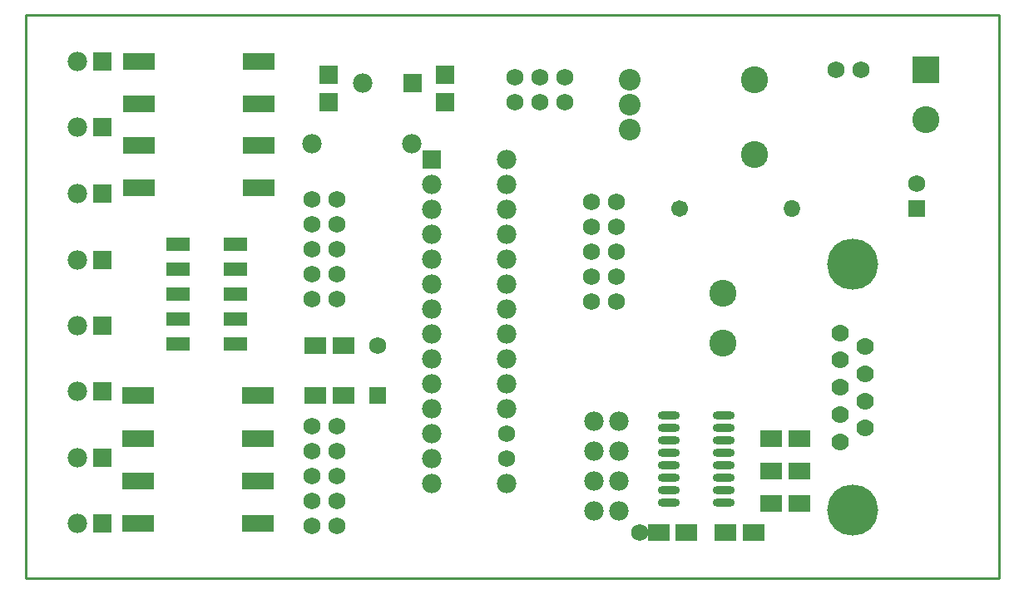
<source format=gts>
%FSLAX23Y23*%
%MOIN*%
G70*
G01*
G75*
%ADD10C,0.015*%
%ADD11O,0.080X0.024*%
%ADD12R,0.120X0.060*%
%ADD13R,0.070X0.070*%
%ADD14R,0.087X0.050*%
%ADD15R,0.083X0.060*%
%ADD16C,0.020*%
%ADD17C,0.016*%
%ADD18C,0.070*%
%ADD19C,0.030*%
%ADD20C,0.040*%
%ADD21C,0.018*%
%ADD22C,0.050*%
%ADD23C,0.080*%
%ADD24C,0.010*%
%ADD25C,0.060*%
%ADD26R,0.060X0.060*%
%ADD27C,0.079*%
%ADD28C,0.079*%
%ADD29C,0.070*%
%ADD30C,0.059*%
%ADD31O,0.060X0.059*%
%ADD32C,0.100*%
%ADD33R,0.100X0.100*%
%ADD34C,0.062*%
%ADD35C,0.197*%
%ADD36R,0.060X0.083*%
%ADD37C,0.012*%
%ADD38C,0.025*%
%ADD39C,0.011*%
%ADD40O,0.088X0.032*%
%ADD41R,0.128X0.068*%
%ADD42R,0.078X0.078*%
%ADD43R,0.095X0.058*%
%ADD44R,0.090X0.068*%
%ADD45C,0.068*%
%ADD46R,0.068X0.068*%
%ADD47C,0.087*%
%ADD48C,0.087*%
%ADD49C,0.078*%
%ADD50C,0.067*%
%ADD51O,0.068X0.067*%
%ADD52C,0.108*%
%ADD53R,0.108X0.108*%
%ADD54C,0.205*%
D24*
X8531Y6796D02*
Y9056D01*
Y6796D02*
X12371D01*
X8531Y9056D02*
X12371D01*
X8531D02*
X12431D01*
X8531D02*
X12371D01*
X8531Y6796D02*
X12431D01*
X8531D02*
Y9056D01*
X12431Y6796D02*
Y9056D01*
D29*
X11795Y7455D02*
D03*
Y7564D02*
D03*
X11895Y7400D02*
D03*
Y7509D02*
D03*
Y7618D02*
D03*
Y7727D02*
D03*
X11795Y7345D02*
D03*
Y7673D02*
D03*
Y7782D02*
D03*
D40*
X11327Y7101D02*
D03*
Y7151D02*
D03*
Y7201D02*
D03*
Y7251D02*
D03*
Y7301D02*
D03*
Y7351D02*
D03*
Y7401D02*
D03*
Y7451D02*
D03*
X11107D02*
D03*
Y7401D02*
D03*
Y7351D02*
D03*
Y7301D02*
D03*
Y7251D02*
D03*
Y7201D02*
D03*
Y7151D02*
D03*
Y7101D02*
D03*
D41*
X8982Y7018D02*
D03*
X9462D02*
D03*
X9464Y8364D02*
D03*
X8984D02*
D03*
X8982Y7189D02*
D03*
X9462D02*
D03*
X9464Y8533D02*
D03*
X8984D02*
D03*
X8982Y7359D02*
D03*
X9462D02*
D03*
X9464Y8701D02*
D03*
X8984D02*
D03*
X8982Y7530D02*
D03*
X9462D02*
D03*
X9464Y8870D02*
D03*
X8984D02*
D03*
D42*
X10211Y8706D02*
D03*
Y8819D02*
D03*
X9746D02*
D03*
Y8706D02*
D03*
X10158Y8476D02*
D03*
X10081Y8784D02*
D03*
X8837Y7016D02*
D03*
Y8075D02*
D03*
Y7281D02*
D03*
Y8341D02*
D03*
Y7546D02*
D03*
Y8606D02*
D03*
Y7811D02*
D03*
Y8871D02*
D03*
D43*
X9370Y7736D02*
D03*
Y7836D02*
D03*
Y8036D02*
D03*
Y8136D02*
D03*
X9142Y7736D02*
D03*
Y7836D02*
D03*
Y8036D02*
D03*
Y8136D02*
D03*
Y7936D02*
D03*
X9370D02*
D03*
D44*
X11631Y7359D02*
D03*
X11518D02*
D03*
X11631Y7227D02*
D03*
X11518D02*
D03*
X11447Y6981D02*
D03*
X11334D02*
D03*
X11067D02*
D03*
X11179D02*
D03*
X11518Y7099D02*
D03*
X11631D02*
D03*
X9805Y7531D02*
D03*
X9693D02*
D03*
Y7731D02*
D03*
X9805D02*
D03*
D45*
X10798Y8006D02*
D03*
Y7906D02*
D03*
Y8106D02*
D03*
X10898D02*
D03*
Y8306D02*
D03*
X10798D02*
D03*
X10898Y7906D02*
D03*
Y8206D02*
D03*
Y8006D02*
D03*
X10798Y8206D02*
D03*
X9678Y8116D02*
D03*
X9778Y7916D02*
D03*
X9678Y8316D02*
D03*
X9778D02*
D03*
X9678Y7916D02*
D03*
X9778Y8116D02*
D03*
Y8216D02*
D03*
X9678Y8016D02*
D03*
Y8216D02*
D03*
X9778Y8016D02*
D03*
X9943Y7731D02*
D03*
X10458Y7376D02*
D03*
Y7276D02*
D03*
X11877Y8836D02*
D03*
X11777D02*
D03*
X9778Y7206D02*
D03*
X9678D02*
D03*
X9778Y7306D02*
D03*
X9678Y7006D02*
D03*
X9778D02*
D03*
X9678Y7406D02*
D03*
Y7106D02*
D03*
Y7306D02*
D03*
X9778Y7406D02*
D03*
Y7106D02*
D03*
X10592Y8806D02*
D03*
X10492Y8706D02*
D03*
X10592D02*
D03*
X10692D02*
D03*
Y8806D02*
D03*
X10492D02*
D03*
X12101Y8381D02*
D03*
X10991Y6981D02*
D03*
D46*
X9943Y7531D02*
D03*
X12101Y8281D02*
D03*
D47*
X10951Y8796D02*
D03*
D48*
Y8696D02*
D03*
Y8596D02*
D03*
D49*
X10458Y7776D02*
D03*
X10158Y8276D02*
D03*
Y7976D02*
D03*
Y7676D02*
D03*
Y8376D02*
D03*
Y8176D02*
D03*
Y8076D02*
D03*
Y7876D02*
D03*
Y7776D02*
D03*
Y7576D02*
D03*
Y7476D02*
D03*
Y7376D02*
D03*
Y7276D02*
D03*
Y7176D02*
D03*
X10458Y8476D02*
D03*
Y8376D02*
D03*
Y8276D02*
D03*
Y8176D02*
D03*
Y8076D02*
D03*
Y7976D02*
D03*
Y7876D02*
D03*
Y7676D02*
D03*
Y7576D02*
D03*
Y7476D02*
D03*
Y7176D02*
D03*
X9881Y8784D02*
D03*
X10908Y7426D02*
D03*
X10808D02*
D03*
X10908Y7066D02*
D03*
X10808D02*
D03*
X10908Y7306D02*
D03*
X10808D02*
D03*
X10908Y7186D02*
D03*
X10808D02*
D03*
X8737Y7016D02*
D03*
Y8075D02*
D03*
Y7281D02*
D03*
Y8341D02*
D03*
Y7546D02*
D03*
Y8606D02*
D03*
Y7811D02*
D03*
Y8871D02*
D03*
X9677Y8541D02*
D03*
X10077D02*
D03*
D50*
X11151Y8281D02*
D03*
D51*
X11601D02*
D03*
D52*
X12137Y8636D02*
D03*
X11326Y7741D02*
D03*
Y7941D02*
D03*
X11451Y8796D02*
D03*
Y8496D02*
D03*
D53*
X12137Y8836D02*
D03*
D54*
X11845Y7072D02*
D03*
Y8056D02*
D03*
M02*

</source>
